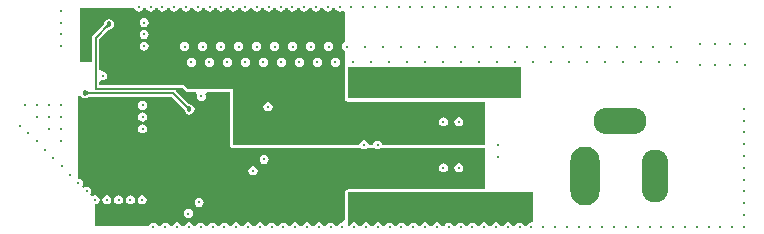
<source format=gbr>
%TF.GenerationSoftware,Altium Limited,Altium Designer,18.1.11 (251)*%
G04 Layer_Physical_Order=3*
G04 Layer_Color=36540*
%FSLAX26Y26*%
%MOIN*%
%TF.FileFunction,Copper,L3,Inr,Signal*%
%TF.Part,Single*%
G01*
G75*
%TA.AperFunction,Conductor*%
%ADD36C,0.007874*%
%ADD39C,0.008000*%
%TA.AperFunction,ComponentPad*%
%ADD42O,0.177165X0.088583*%
%ADD43O,0.088583X0.177165*%
%ADD44O,0.098425X0.196850*%
%TA.AperFunction,ViaPad*%
%ADD45C,0.018000*%
%ADD46C,0.010000*%
G36*
X1366105Y753990D02*
X1369420Y749028D01*
X1374382Y745713D01*
X1380235Y744548D01*
X1386087Y745713D01*
X1389284Y747849D01*
X1395445Y745699D01*
X1397284Y744305D01*
Y642468D01*
X1392740Y639431D01*
X1389425Y634469D01*
X1388260Y628617D01*
X1389425Y622764D01*
X1392740Y617802D01*
X1397284Y614766D01*
Y559055D01*
Y455709D01*
X1398061Y451807D01*
X1400271Y448499D01*
X1403579Y446289D01*
X1407480Y445513D01*
X1866142D01*
Y301255D01*
X1522169D01*
X1521019Y307034D01*
X1517704Y311995D01*
X1512742Y315311D01*
X1506889Y316475D01*
X1501037Y315311D01*
X1496075Y311995D01*
X1492760Y307034D01*
X1491610Y301255D01*
X1484908D01*
X1476908Y301256D01*
X1475744Y307108D01*
X1472428Y312070D01*
X1467467Y315385D01*
X1461614Y316549D01*
X1455761Y315385D01*
X1450800Y312070D01*
X1447484Y307108D01*
X1446320Y301256D01*
X1438320Y301255D01*
X1025590D01*
X1025591Y486954D01*
X873854D01*
X863966Y496841D01*
X859997Y499493D01*
X855315Y500424D01*
X579164D01*
Y511435D01*
X580681Y513059D01*
X587164Y516868D01*
X590551Y516195D01*
X596404Y517359D01*
X601366Y520674D01*
X604681Y525636D01*
X605845Y531489D01*
X604681Y537341D01*
X601366Y542303D01*
X596404Y545618D01*
X590551Y546783D01*
X587164Y546109D01*
X580681Y549918D01*
X579164Y551542D01*
Y652413D01*
X612180Y685428D01*
X612205Y685423D01*
X618838Y686742D01*
X624461Y690500D01*
X628218Y696123D01*
X629538Y702756D01*
X628218Y709389D01*
X624461Y715012D01*
X618838Y718770D01*
X612205Y720089D01*
X605572Y718770D01*
X599948Y715012D01*
X596191Y709389D01*
X594872Y702756D01*
X594877Y702731D01*
X558278Y666132D01*
X555625Y662163D01*
X554694Y657480D01*
Y575787D01*
X513779Y575787D01*
X513779Y757143D01*
X696188D01*
X696815Y753990D01*
X700130Y749028D01*
X705092Y745713D01*
X710945Y744548D01*
X716798Y745713D01*
X721759Y749028D01*
X725075Y753990D01*
X725702Y757143D01*
X735558D01*
X736185Y753990D01*
X739500Y749028D01*
X744462Y745713D01*
X750315Y744548D01*
X756168Y745713D01*
X761129Y749028D01*
X764445Y753990D01*
X765072Y757143D01*
X774928D01*
X775555Y753990D01*
X778870Y749028D01*
X783832Y745713D01*
X789685Y744548D01*
X795538Y745713D01*
X800499Y749028D01*
X803815Y753990D01*
X804442Y757143D01*
X814298D01*
X814925Y753990D01*
X818240Y749028D01*
X823202Y745713D01*
X829055Y744548D01*
X834908Y745713D01*
X839869Y749028D01*
X843185Y753990D01*
X843812Y757143D01*
X853668D01*
X854295Y753990D01*
X857611Y749028D01*
X862572Y745713D01*
X868425Y744548D01*
X874278Y745713D01*
X879239Y749028D01*
X882555Y753990D01*
X883182Y757143D01*
X893038D01*
X893665Y753990D01*
X896981Y749028D01*
X901942Y745713D01*
X907795Y744548D01*
X913648Y745713D01*
X918609Y749028D01*
X921925Y753990D01*
X922552Y757143D01*
X932408D01*
X933035Y753990D01*
X936351Y749028D01*
X941312Y745713D01*
X947165Y744548D01*
X953018Y745713D01*
X957979Y749028D01*
X961295Y753990D01*
X961922Y757143D01*
X971778D01*
X972405Y753990D01*
X975721Y749028D01*
X980682Y745713D01*
X986535Y744548D01*
X992388Y745713D01*
X997349Y749028D01*
X1000665Y753990D01*
X1001292Y757143D01*
X1011148D01*
X1011775Y753990D01*
X1015091Y749028D01*
X1020052Y745713D01*
X1025905Y744548D01*
X1031758Y745713D01*
X1036719Y749028D01*
X1040035Y753990D01*
X1040662Y757143D01*
X1050518D01*
X1051145Y753990D01*
X1054460Y749028D01*
X1059422Y745713D01*
X1065275Y744548D01*
X1071128Y745713D01*
X1076089Y749028D01*
X1079405Y753990D01*
X1080032Y757143D01*
X1089888D01*
X1090515Y753990D01*
X1093831Y749028D01*
X1098792Y745713D01*
X1104645Y744548D01*
X1110498Y745713D01*
X1115459Y749028D01*
X1118775Y753990D01*
X1119402Y757143D01*
X1129258D01*
X1129885Y753990D01*
X1133200Y749028D01*
X1138162Y745713D01*
X1144015Y744548D01*
X1149868Y745713D01*
X1154829Y749028D01*
X1158145Y753990D01*
X1158772Y757143D01*
X1168628D01*
X1169255Y753990D01*
X1172571Y749028D01*
X1177532Y745713D01*
X1183385Y744548D01*
X1189238Y745713D01*
X1194199Y749028D01*
X1197515Y753990D01*
X1198142Y757143D01*
X1207998D01*
X1208625Y753990D01*
X1211940Y749028D01*
X1216902Y745713D01*
X1222755Y744548D01*
X1228608Y745713D01*
X1233569Y749028D01*
X1236885Y753990D01*
X1237512Y757143D01*
X1247368D01*
X1247995Y753990D01*
X1251311Y749028D01*
X1256272Y745713D01*
X1262125Y744548D01*
X1267978Y745713D01*
X1272939Y749028D01*
X1276255Y753990D01*
X1276882Y757143D01*
X1286738D01*
X1287365Y753990D01*
X1290680Y749028D01*
X1295642Y745713D01*
X1301495Y744548D01*
X1307348Y745713D01*
X1312309Y749028D01*
X1315625Y753990D01*
X1316252Y757143D01*
X1326108D01*
X1326735Y753990D01*
X1330051Y749028D01*
X1335012Y745713D01*
X1340865Y744548D01*
X1346718Y745713D01*
X1351679Y749028D01*
X1354995Y753990D01*
X1355622Y757143D01*
X1365477D01*
X1366105Y753990D01*
D02*
G37*
G36*
X612115Y693756D02*
X611469Y693729D01*
X610820Y693633D01*
X610168Y693469D01*
X609513Y693236D01*
X608854Y692936D01*
X608193Y692567D01*
X607528Y692129D01*
X606860Y691624D01*
X606188Y691050D01*
X605514Y690408D01*
X599857Y696065D01*
X600499Y696740D01*
X601073Y697411D01*
X601578Y698079D01*
X602015Y698744D01*
X602384Y699405D01*
X602685Y700064D01*
X602917Y700719D01*
X603082Y701371D01*
X603178Y702020D01*
X603205Y702666D01*
X612115Y693756D01*
D02*
G37*
G36*
X539699Y479603D02*
X540225Y479212D01*
X540803Y478867D01*
X541430Y478568D01*
X542109Y478315D01*
X542837Y478108D01*
X543616Y477947D01*
X544446Y477832D01*
X545327Y477763D01*
X546258Y477740D01*
Y469740D01*
X545327Y469717D01*
X544446Y469648D01*
X543616Y469533D01*
X542837Y469372D01*
X542109Y469165D01*
X541430Y468912D01*
X540803Y468613D01*
X540225Y468268D01*
X539699Y467877D01*
X539222Y467440D01*
Y480040D01*
X539699Y479603D01*
D02*
G37*
G36*
X1986220Y455709D02*
X1407480D01*
Y559055D01*
X1986220D01*
Y455709D01*
D02*
G37*
G36*
X873835Y430979D02*
X874505Y430409D01*
X875175Y429907D01*
X875843Y429472D01*
X876510Y429106D01*
X877176Y428807D01*
X877842Y428576D01*
X878506Y428413D01*
X879169Y428318D01*
X879831Y428291D01*
X870922Y419382D01*
X870894Y420044D01*
X870799Y420707D01*
X870636Y421371D01*
X870406Y422036D01*
X870107Y422703D01*
X869740Y423370D01*
X869306Y424038D01*
X868804Y424707D01*
X868234Y425377D01*
X867596Y426049D01*
X873164Y431616D01*
X873835Y430979D01*
D02*
G37*
G36*
X856019Y489889D02*
X857467Y488921D01*
X866644Y479744D01*
X869952Y477534D01*
X873854Y476758D01*
X901090D01*
X905366Y468758D01*
X905162Y468451D01*
X903997Y462599D01*
X905162Y456746D01*
X908477Y451784D01*
X913439Y448469D01*
X919291Y447305D01*
X925144Y448469D01*
X930106Y451784D01*
X933421Y456746D01*
X934585Y462599D01*
X933421Y468451D01*
X933216Y468758D01*
X937492Y476758D01*
X1015395D01*
X1015394Y301255D01*
X1016171Y297354D01*
X1018381Y294046D01*
X1021689Y291836D01*
X1025590Y291060D01*
X1438320D01*
X1446320Y291060D01*
X1447305Y291255D01*
X1448309D01*
X1449237Y291640D01*
X1449909Y291774D01*
X1450800Y290441D01*
X1455761Y287126D01*
X1461614Y285962D01*
X1467467Y287126D01*
X1472428Y290441D01*
X1473319Y291774D01*
X1473991Y291640D01*
X1474919Y291256D01*
X1475923D01*
X1476908Y291060D01*
X1491610Y291060D01*
X1492595Y291255D01*
X1493600D01*
X1494527Y291640D01*
X1495143Y291762D01*
X1496075Y290367D01*
X1501037Y287051D01*
X1506889Y285887D01*
X1512742Y287051D01*
X1517704Y290367D01*
X1518636Y291762D01*
X1519252Y291640D01*
X1520179Y291255D01*
X1521184D01*
X1522169Y291060D01*
X1866142D01*
Y152912D01*
X1407480D01*
X1403579Y152136D01*
X1400271Y149926D01*
X1398061Y146618D01*
X1397284Y142716D01*
Y49462D01*
X1389762Y42853D01*
X1383909Y41689D01*
X1378948Y38374D01*
X1375632Y33412D01*
X1375005Y30259D01*
X1365150D01*
X1364522Y33412D01*
X1361207Y38374D01*
X1356245Y41689D01*
X1350393Y42853D01*
X1344540Y41689D01*
X1339578Y38374D01*
X1336263Y33412D01*
X1335636Y30259D01*
X1325780D01*
X1325152Y33412D01*
X1321837Y38374D01*
X1316875Y41689D01*
X1311023Y42853D01*
X1305170Y41689D01*
X1300208Y38374D01*
X1296893Y33412D01*
X1296266Y30259D01*
X1286410D01*
X1285782Y33412D01*
X1282467Y38374D01*
X1277505Y41689D01*
X1271653Y42853D01*
X1265800Y41689D01*
X1260838Y38374D01*
X1257523Y33412D01*
X1256896Y30259D01*
X1247040D01*
X1246412Y33412D01*
X1243097Y38374D01*
X1238135Y41689D01*
X1232283Y42853D01*
X1226430Y41689D01*
X1221468Y38374D01*
X1218153Y33412D01*
X1217526Y30259D01*
X1207670D01*
X1207042Y33412D01*
X1203727Y38374D01*
X1198765Y41689D01*
X1192913Y42853D01*
X1187060Y41689D01*
X1182098Y38374D01*
X1178783Y33412D01*
X1178156Y30259D01*
X1168300D01*
X1167672Y33412D01*
X1164357Y38374D01*
X1159395Y41689D01*
X1153543Y42853D01*
X1147690Y41689D01*
X1142728Y38374D01*
X1139413Y33412D01*
X1138786Y30259D01*
X1128930D01*
X1128302Y33412D01*
X1124987Y38374D01*
X1120025Y41689D01*
X1114173Y42853D01*
X1108320Y41689D01*
X1103358Y38374D01*
X1100043Y33412D01*
X1099416Y30259D01*
X1089560D01*
X1088932Y33412D01*
X1085617Y38374D01*
X1080655Y41689D01*
X1074803Y42853D01*
X1068950Y41689D01*
X1063988Y38374D01*
X1060673Y33412D01*
X1060046Y30259D01*
X1050190D01*
X1049562Y33412D01*
X1046247Y38374D01*
X1041285Y41689D01*
X1035433Y42853D01*
X1029580Y41689D01*
X1024618Y38374D01*
X1021303Y33412D01*
X1020676Y30259D01*
X1010820D01*
X1010192Y33412D01*
X1006877Y38374D01*
X1001915Y41689D01*
X996063Y42853D01*
X990210Y41689D01*
X985248Y38374D01*
X981933Y33412D01*
X981306Y30259D01*
X971450D01*
X970822Y33412D01*
X967507Y38374D01*
X962545Y41689D01*
X956693Y42853D01*
X950840Y41689D01*
X945878Y38374D01*
X942563Y33412D01*
X941936Y30259D01*
X932080D01*
X931452Y33412D01*
X928137Y38374D01*
X923175Y41689D01*
X917323Y42853D01*
X911470Y41689D01*
X906508Y38374D01*
X903193Y33412D01*
X902566Y30259D01*
X892710D01*
X892082Y33412D01*
X888767Y38374D01*
X883805Y41689D01*
X877953Y42853D01*
X872100Y41689D01*
X867138Y38374D01*
X863823Y33412D01*
X863196Y30259D01*
X853340D01*
X852712Y33412D01*
X849397Y38374D01*
X844435Y41689D01*
X838583Y42853D01*
X832730Y41689D01*
X827768Y38374D01*
X824453Y33412D01*
X823826Y30259D01*
X813970D01*
X813342Y33412D01*
X810027Y38374D01*
X805065Y41689D01*
X799213Y42853D01*
X793360Y41689D01*
X788398Y38374D01*
X785083Y33412D01*
X784456Y30259D01*
X774600D01*
X773972Y33412D01*
X770657Y38374D01*
X765695Y41689D01*
X759843Y42853D01*
X753990Y41689D01*
X749028Y38374D01*
X745713Y33412D01*
X745086Y30259D01*
X564707D01*
Y102608D01*
X564961Y102816D01*
X570813Y103981D01*
X575775Y107296D01*
X579090Y112258D01*
X580255Y118110D01*
X579090Y123963D01*
X575775Y128925D01*
X570813Y132240D01*
X564961Y133404D01*
X559108Y132240D01*
X554427Y129113D01*
X548124Y135416D01*
X551251Y140096D01*
X552416Y145949D01*
X551251Y151802D01*
X547936Y156764D01*
X542974Y160079D01*
X537122Y161243D01*
X531269Y160079D01*
X526588Y156952D01*
X520285Y163255D01*
X523413Y167935D01*
X524577Y173788D01*
X523413Y179641D01*
X520097Y184602D01*
X515136Y187918D01*
X509842Y188971D01*
Y464107D01*
X517842Y465519D01*
X520539Y461484D01*
X526162Y457727D01*
X532795Y456407D01*
X539428Y457727D01*
X545052Y461484D01*
X545066Y461505D01*
X725561D01*
X725884Y461569D01*
X820431D01*
X862608Y419392D01*
X862588Y419291D01*
X863908Y412658D01*
X867665Y407035D01*
X873288Y403278D01*
X879921Y401959D01*
X886554Y403278D01*
X892178Y407035D01*
X895935Y412658D01*
X897254Y419291D01*
X895935Y425925D01*
X892178Y431548D01*
X886554Y435305D01*
X879921Y436625D01*
X879821Y436604D01*
X834197Y482228D01*
X834207Y482736D01*
X836682Y490228D01*
X854311D01*
X856019Y489889D01*
D02*
G37*
G36*
X2026575Y46550D02*
X2021575Y42477D01*
X2019682Y42853D01*
X2013829Y41689D01*
X2008868Y38374D01*
X2005552Y33412D01*
X2004925Y30259D01*
X1995069D01*
X1994442Y33412D01*
X1991127Y38374D01*
X1986165Y41689D01*
X1980312Y42853D01*
X1974459Y41689D01*
X1969498Y38374D01*
X1966182Y33412D01*
X1965555Y30259D01*
X1955699D01*
X1955072Y33412D01*
X1951756Y38374D01*
X1946795Y41689D01*
X1940942Y42853D01*
X1935089Y41689D01*
X1930128Y38374D01*
X1926812Y33412D01*
X1926185Y30259D01*
X1916329D01*
X1915702Y33412D01*
X1912387Y38374D01*
X1907425Y41689D01*
X1901572Y42853D01*
X1895719Y41689D01*
X1890758Y38374D01*
X1887442Y33412D01*
X1886815Y30259D01*
X1876959D01*
X1876332Y33412D01*
X1873016Y38374D01*
X1868055Y41689D01*
X1862202Y42853D01*
X1856349Y41689D01*
X1851388Y38374D01*
X1848072Y33412D01*
X1847445Y30259D01*
X1837589D01*
X1836962Y33412D01*
X1833647Y38374D01*
X1828685Y41689D01*
X1822832Y42853D01*
X1816979Y41689D01*
X1812018Y38374D01*
X1808702Y33412D01*
X1808075Y30259D01*
X1798219D01*
X1797592Y33412D01*
X1794276Y38374D01*
X1789315Y41689D01*
X1783462Y42853D01*
X1777609Y41689D01*
X1772648Y38374D01*
X1769332Y33412D01*
X1768705Y30259D01*
X1758849D01*
X1758222Y33412D01*
X1754907Y38374D01*
X1749945Y41689D01*
X1744092Y42853D01*
X1738239Y41689D01*
X1733278Y38374D01*
X1729962Y33412D01*
X1729335Y30259D01*
X1719479D01*
X1718852Y33412D01*
X1715536Y38374D01*
X1710575Y41689D01*
X1704722Y42853D01*
X1698869Y41689D01*
X1693908Y38374D01*
X1690592Y33412D01*
X1689965Y30259D01*
X1680109D01*
X1679482Y33412D01*
X1676167Y38374D01*
X1671205Y41689D01*
X1665352Y42853D01*
X1659499Y41689D01*
X1654538Y38374D01*
X1651222Y33412D01*
X1650595Y30259D01*
X1640739D01*
X1640112Y33412D01*
X1636796Y38374D01*
X1631835Y41689D01*
X1625982Y42853D01*
X1620129Y41689D01*
X1615168Y38374D01*
X1611852Y33412D01*
X1611225Y30259D01*
X1601369D01*
X1600742Y33412D01*
X1597427Y38374D01*
X1592465Y41689D01*
X1586612Y42853D01*
X1580759Y41689D01*
X1575798Y38374D01*
X1572482Y33412D01*
X1571855Y30259D01*
X1561999D01*
X1561372Y33412D01*
X1558056Y38374D01*
X1553095Y41689D01*
X1547242Y42853D01*
X1541389Y41689D01*
X1536428Y38374D01*
X1533112Y33412D01*
X1532485Y30259D01*
X1522629D01*
X1522002Y33412D01*
X1518687Y38374D01*
X1513725Y41689D01*
X1507872Y42853D01*
X1502019Y41689D01*
X1497058Y38374D01*
X1493742Y33412D01*
X1493115Y30259D01*
X1483259D01*
X1482632Y33412D01*
X1479316Y38374D01*
X1474355Y41689D01*
X1468502Y42853D01*
X1462649Y41689D01*
X1457688Y38374D01*
X1454372Y33412D01*
X1453745Y30259D01*
X1443889D01*
X1443262Y33412D01*
X1439947Y38374D01*
X1434985Y41689D01*
X1429132Y42853D01*
X1423279Y41689D01*
X1418318Y38374D01*
X1415002Y33412D01*
X1414375Y30259D01*
X1407480D01*
Y142716D01*
X2026575D01*
Y46550D01*
D02*
G37*
%LPC*%
G36*
X728661Y723955D02*
X722809Y722791D01*
X717847Y719476D01*
X714532Y714514D01*
X713367Y708661D01*
X714532Y702809D01*
X717847Y697847D01*
X722809Y694532D01*
X728661Y693367D01*
X734514Y694532D01*
X739476Y697847D01*
X742791Y702809D01*
X743955Y708661D01*
X742791Y714514D01*
X739476Y719476D01*
X734514Y722791D01*
X728661Y723955D01*
D02*
G37*
G36*
Y684585D02*
X722809Y683421D01*
X717847Y680106D01*
X714532Y675144D01*
X713367Y669291D01*
X714532Y663439D01*
X717847Y658477D01*
X722809Y655162D01*
X728661Y653997D01*
X734514Y655162D01*
X739476Y658477D01*
X742791Y663439D01*
X743955Y669291D01*
X742791Y675144D01*
X739476Y680106D01*
X734514Y683421D01*
X728661Y684585D01*
D02*
G37*
G36*
Y645215D02*
X722809Y644051D01*
X717847Y640736D01*
X714532Y635774D01*
X713367Y629921D01*
X714532Y624069D01*
X717847Y619107D01*
X722809Y615792D01*
X728661Y614627D01*
X734514Y615792D01*
X739476Y619107D01*
X742791Y624069D01*
X743955Y629921D01*
X742791Y635774D01*
X739476Y640736D01*
X734514Y644051D01*
X728661Y645215D01*
D02*
G37*
G36*
X1343554Y643910D02*
X1337701Y642746D01*
X1332740Y639431D01*
X1329425Y634469D01*
X1328260Y628617D01*
X1329425Y622764D01*
X1332740Y617802D01*
X1337701Y614487D01*
X1343554Y613323D01*
X1349407Y614487D01*
X1354369Y617802D01*
X1357684Y622764D01*
X1358848Y628617D01*
X1357684Y634469D01*
X1354369Y639431D01*
X1349407Y642746D01*
X1343554Y643910D01*
D02*
G37*
G36*
X1283554D02*
X1277701Y642746D01*
X1272740Y639431D01*
X1269425Y634469D01*
X1268260Y628617D01*
X1269425Y622764D01*
X1272740Y617802D01*
X1277701Y614487D01*
X1283554Y613323D01*
X1289407Y614487D01*
X1294369Y617802D01*
X1297684Y622764D01*
X1298848Y628617D01*
X1297684Y634469D01*
X1294369Y639431D01*
X1289407Y642746D01*
X1283554Y643910D01*
D02*
G37*
G36*
X1223554D02*
X1217701Y642746D01*
X1212740Y639431D01*
X1209425Y634469D01*
X1208260Y628617D01*
X1209425Y622764D01*
X1212740Y617802D01*
X1217701Y614487D01*
X1223554Y613323D01*
X1229407Y614487D01*
X1234369Y617802D01*
X1237684Y622764D01*
X1238848Y628617D01*
X1237684Y634469D01*
X1234369Y639431D01*
X1229407Y642746D01*
X1223554Y643910D01*
D02*
G37*
G36*
X1163554D02*
X1157701Y642746D01*
X1152740Y639431D01*
X1149425Y634469D01*
X1148260Y628617D01*
X1149425Y622764D01*
X1152740Y617802D01*
X1157701Y614487D01*
X1163554Y613323D01*
X1169407Y614487D01*
X1174369Y617802D01*
X1177684Y622764D01*
X1178848Y628617D01*
X1177684Y634469D01*
X1174369Y639431D01*
X1169407Y642746D01*
X1163554Y643910D01*
D02*
G37*
G36*
X1103554D02*
X1097701Y642746D01*
X1092740Y639431D01*
X1089425Y634469D01*
X1088260Y628617D01*
X1089425Y622764D01*
X1092740Y617802D01*
X1097701Y614487D01*
X1103554Y613323D01*
X1109407Y614487D01*
X1114369Y617802D01*
X1117684Y622764D01*
X1118848Y628617D01*
X1117684Y634469D01*
X1114369Y639431D01*
X1109407Y642746D01*
X1103554Y643910D01*
D02*
G37*
G36*
X1043554D02*
X1037701Y642746D01*
X1032740Y639431D01*
X1029425Y634469D01*
X1028260Y628617D01*
X1029425Y622764D01*
X1032740Y617802D01*
X1037701Y614487D01*
X1043554Y613323D01*
X1049407Y614487D01*
X1054369Y617802D01*
X1057684Y622764D01*
X1058848Y628617D01*
X1057684Y634469D01*
X1054369Y639431D01*
X1049407Y642746D01*
X1043554Y643910D01*
D02*
G37*
G36*
X983554D02*
X977702Y642746D01*
X972740Y639431D01*
X969424Y634469D01*
X968260Y628617D01*
X969424Y622764D01*
X972740Y617802D01*
X977702Y614487D01*
X983554Y613323D01*
X989407Y614487D01*
X994369Y617802D01*
X997684Y622764D01*
X998848Y628617D01*
X997684Y634469D01*
X994369Y639431D01*
X989407Y642746D01*
X983554Y643910D01*
D02*
G37*
G36*
X923554D02*
X917702Y642746D01*
X912740Y639431D01*
X909424Y634469D01*
X908260Y628617D01*
X909424Y622764D01*
X912740Y617802D01*
X917702Y614487D01*
X923554Y613323D01*
X929407Y614487D01*
X934369Y617802D01*
X937684Y622764D01*
X938848Y628617D01*
X937684Y634469D01*
X934369Y639431D01*
X929407Y642746D01*
X923554Y643910D01*
D02*
G37*
G36*
X863554D02*
X857702Y642746D01*
X852740Y639431D01*
X849424Y634469D01*
X848260Y628617D01*
X849424Y622764D01*
X852740Y617802D01*
X857702Y614487D01*
X863554Y613323D01*
X869407Y614487D01*
X874369Y617802D01*
X877684Y622764D01*
X878848Y628617D01*
X877684Y634469D01*
X874369Y639431D01*
X869407Y642746D01*
X863554Y643910D01*
D02*
G37*
G36*
X1366370Y591402D02*
X1360517Y590237D01*
X1355555Y586922D01*
X1352240Y581961D01*
X1351076Y576108D01*
X1352240Y570255D01*
X1355555Y565293D01*
X1360517Y561978D01*
X1366370Y560814D01*
X1372222Y561978D01*
X1377184Y565293D01*
X1380499Y570255D01*
X1381664Y576108D01*
X1380499Y581961D01*
X1377184Y586922D01*
X1372222Y590237D01*
X1366370Y591402D01*
D02*
G37*
G36*
X1306370D02*
X1300517Y590237D01*
X1295555Y586922D01*
X1292240Y581961D01*
X1291076Y576108D01*
X1292240Y570255D01*
X1295555Y565293D01*
X1300517Y561978D01*
X1306370Y560814D01*
X1312222Y561978D01*
X1317184Y565293D01*
X1320499Y570255D01*
X1321664Y576108D01*
X1320499Y581961D01*
X1317184Y586922D01*
X1312222Y590237D01*
X1306370Y591402D01*
D02*
G37*
G36*
X1246370D02*
X1240517Y590237D01*
X1235555Y586922D01*
X1232240Y581961D01*
X1231076Y576108D01*
X1232240Y570255D01*
X1235555Y565293D01*
X1240517Y561978D01*
X1246370Y560814D01*
X1252222Y561978D01*
X1257184Y565293D01*
X1260499Y570255D01*
X1261664Y576108D01*
X1260499Y581961D01*
X1257184Y586922D01*
X1252222Y590237D01*
X1246370Y591402D01*
D02*
G37*
G36*
X1186370D02*
X1180517Y590237D01*
X1175555Y586922D01*
X1172240Y581961D01*
X1171076Y576108D01*
X1172240Y570255D01*
X1175555Y565293D01*
X1180517Y561978D01*
X1186370Y560814D01*
X1192222Y561978D01*
X1197184Y565293D01*
X1200499Y570255D01*
X1201664Y576108D01*
X1200499Y581961D01*
X1197184Y586922D01*
X1192222Y590237D01*
X1186370Y591402D01*
D02*
G37*
G36*
X1126370D02*
X1120517Y590237D01*
X1115555Y586922D01*
X1112240Y581961D01*
X1111076Y576108D01*
X1112240Y570255D01*
X1115555Y565293D01*
X1120517Y561978D01*
X1126370Y560814D01*
X1132222Y561978D01*
X1137184Y565293D01*
X1140499Y570255D01*
X1141664Y576108D01*
X1140499Y581961D01*
X1137184Y586922D01*
X1132222Y590237D01*
X1126370Y591402D01*
D02*
G37*
G36*
X1066370D02*
X1060517Y590237D01*
X1055555Y586922D01*
X1052240Y581961D01*
X1051076Y576108D01*
X1052240Y570255D01*
X1055555Y565293D01*
X1060517Y561978D01*
X1066370Y560814D01*
X1072222Y561978D01*
X1077184Y565293D01*
X1080499Y570255D01*
X1081664Y576108D01*
X1080499Y581961D01*
X1077184Y586922D01*
X1072222Y590237D01*
X1066370Y591402D01*
D02*
G37*
G36*
X1006370D02*
X1000517Y590237D01*
X995555Y586922D01*
X992240Y581961D01*
X991076Y576108D01*
X992240Y570255D01*
X995555Y565293D01*
X1000517Y561978D01*
X1006370Y560814D01*
X1012222Y561978D01*
X1017184Y565293D01*
X1020499Y570255D01*
X1021664Y576108D01*
X1020499Y581961D01*
X1017184Y586922D01*
X1012222Y590237D01*
X1006370Y591402D01*
D02*
G37*
G36*
X946370D02*
X940517Y590237D01*
X935555Y586922D01*
X932240Y581961D01*
X931076Y576108D01*
X932240Y570255D01*
X935555Y565293D01*
X940517Y561978D01*
X946370Y560814D01*
X952222Y561978D01*
X957184Y565293D01*
X960499Y570255D01*
X961664Y576108D01*
X960499Y581961D01*
X957184Y586922D01*
X952222Y590237D01*
X946370Y591402D01*
D02*
G37*
G36*
X886370D02*
X880517Y590237D01*
X875555Y586922D01*
X872240Y581961D01*
X871076Y576108D01*
X872240Y570255D01*
X875555Y565293D01*
X880517Y561978D01*
X886370Y560814D01*
X892222Y561978D01*
X897184Y565293D01*
X900499Y570255D01*
X901664Y576108D01*
X900499Y581961D01*
X897184Y586922D01*
X892222Y590237D01*
X886370Y591402D01*
D02*
G37*
G36*
X1141732Y443444D02*
X1135880Y442279D01*
X1130918Y438964D01*
X1127603Y434002D01*
X1126438Y428150D01*
X1127603Y422297D01*
X1130918Y417335D01*
X1135880Y414020D01*
X1141732Y412856D01*
X1147585Y414020D01*
X1152547Y417335D01*
X1155862Y422297D01*
X1157026Y428150D01*
X1155862Y434002D01*
X1152547Y438964D01*
X1147585Y442279D01*
X1141732Y443444D01*
D02*
G37*
G36*
X1777559Y393247D02*
X1771706Y392082D01*
X1766745Y388767D01*
X1763429Y383805D01*
X1762265Y377953D01*
X1763429Y372100D01*
X1766745Y367138D01*
X1771706Y363823D01*
X1777559Y362659D01*
X1783412Y363823D01*
X1788373Y367138D01*
X1791689Y372100D01*
X1792853Y377953D01*
X1791689Y383805D01*
X1788373Y388767D01*
X1783412Y392082D01*
X1777559Y393247D01*
D02*
G37*
G36*
X1726378D02*
X1720525Y392082D01*
X1715563Y388767D01*
X1712248Y383805D01*
X1711084Y377953D01*
X1712248Y372100D01*
X1715563Y367138D01*
X1720525Y363823D01*
X1726378Y362659D01*
X1732231Y363823D01*
X1737192Y367138D01*
X1740508Y372100D01*
X1741672Y377953D01*
X1740508Y383805D01*
X1737192Y388767D01*
X1732231Y392082D01*
X1726378Y393247D01*
D02*
G37*
G36*
X723425Y448365D02*
X717572Y447201D01*
X712611Y443885D01*
X709295Y438924D01*
X708131Y433071D01*
X709295Y427218D01*
X712611Y422257D01*
X717572Y418941D01*
X723425Y417777D01*
X729278Y418941D01*
X734240Y422257D01*
X737555Y427218D01*
X738719Y433071D01*
X737555Y438924D01*
X734240Y443885D01*
X729278Y447201D01*
X723425Y448365D01*
D02*
G37*
G36*
Y408995D02*
X717572Y407831D01*
X712611Y404515D01*
X709295Y399554D01*
X708131Y393701D01*
X709295Y387848D01*
X712611Y382887D01*
X717572Y379571D01*
X723425Y378407D01*
X729278Y379571D01*
X734240Y382887D01*
X737555Y387848D01*
X738719Y393701D01*
X737555Y399554D01*
X734240Y404515D01*
X729278Y407831D01*
X723425Y408995D01*
D02*
G37*
G36*
Y369625D02*
X717572Y368461D01*
X712611Y365145D01*
X709295Y360183D01*
X708131Y354331D01*
X709295Y348478D01*
X712611Y343516D01*
X717572Y340201D01*
X723425Y339037D01*
X729278Y340201D01*
X734240Y343516D01*
X737555Y348478D01*
X738719Y354331D01*
X737555Y360183D01*
X734240Y365145D01*
X729278Y368461D01*
X723425Y369625D01*
D02*
G37*
G36*
X1128937Y268247D02*
X1123084Y267082D01*
X1118123Y263767D01*
X1114807Y258805D01*
X1113643Y252953D01*
X1114807Y247100D01*
X1118123Y242138D01*
X1123084Y238823D01*
X1128937Y237659D01*
X1134790Y238823D01*
X1139751Y242138D01*
X1143067Y247100D01*
X1144231Y252953D01*
X1143067Y258805D01*
X1139751Y263767D01*
X1134790Y267082D01*
X1128937Y268247D01*
D02*
G37*
G36*
X1777559Y239703D02*
X1771706Y238539D01*
X1766745Y235224D01*
X1763429Y230262D01*
X1762265Y224409D01*
X1763429Y218556D01*
X1766745Y213595D01*
X1771706Y210280D01*
X1777559Y209115D01*
X1783412Y210280D01*
X1788373Y213595D01*
X1791689Y218556D01*
X1792853Y224409D01*
X1791689Y230262D01*
X1788373Y235224D01*
X1783412Y238539D01*
X1777559Y239703D01*
D02*
G37*
G36*
X1726378D02*
X1720525Y238539D01*
X1715563Y235224D01*
X1712248Y230262D01*
X1711084Y224409D01*
X1712248Y218556D01*
X1715563Y213595D01*
X1720525Y210280D01*
X1726378Y209115D01*
X1732231Y210280D01*
X1737192Y213595D01*
X1740508Y218556D01*
X1741672Y224409D01*
X1740508Y230262D01*
X1737192Y235224D01*
X1732231Y238539D01*
X1726378Y239703D01*
D02*
G37*
G36*
X1091535Y229861D02*
X1085683Y228697D01*
X1080721Y225381D01*
X1077406Y220420D01*
X1076242Y214567D01*
X1077406Y208714D01*
X1080721Y203753D01*
X1085683Y200437D01*
X1091535Y199273D01*
X1097388Y200437D01*
X1102350Y203753D01*
X1105665Y208714D01*
X1106829Y214567D01*
X1105665Y220420D01*
X1102350Y225381D01*
X1097388Y228697D01*
X1091535Y229861D01*
D02*
G37*
G36*
X722441Y133404D02*
X716588Y132240D01*
X711627Y128925D01*
X708311Y123963D01*
X707147Y118110D01*
X708311Y112258D01*
X711627Y107296D01*
X716588Y103981D01*
X722441Y102816D01*
X728294Y103981D01*
X733255Y107296D01*
X736571Y112258D01*
X737735Y118110D01*
X736571Y123963D01*
X733255Y128925D01*
X728294Y132240D01*
X722441Y133404D01*
D02*
G37*
G36*
X683071D02*
X677218Y132240D01*
X672256Y128925D01*
X668941Y123963D01*
X667777Y118110D01*
X668941Y112258D01*
X672256Y107296D01*
X677218Y103981D01*
X683071Y102816D01*
X688924Y103981D01*
X693885Y107296D01*
X697201Y112258D01*
X698365Y118110D01*
X697201Y123963D01*
X693885Y128925D01*
X688924Y132240D01*
X683071Y133404D01*
D02*
G37*
G36*
X643701D02*
X637848Y132240D01*
X632886Y128925D01*
X629571Y123963D01*
X628407Y118110D01*
X629571Y112258D01*
X632886Y107296D01*
X637848Y103981D01*
X643701Y102816D01*
X649553Y103981D01*
X654515Y107296D01*
X657831Y112258D01*
X658995Y118110D01*
X657831Y123963D01*
X654515Y128925D01*
X649553Y132240D01*
X643701Y133404D01*
D02*
G37*
G36*
X604331D02*
X598478Y132240D01*
X593516Y128925D01*
X590201Y123963D01*
X589037Y118110D01*
X590201Y112258D01*
X593516Y107296D01*
X598478Y103981D01*
X604331Y102816D01*
X610183Y103981D01*
X615145Y107296D01*
X618461Y112258D01*
X619625Y118110D01*
X618461Y123963D01*
X615145Y128925D01*
X610183Y132240D01*
X604331Y133404D01*
D02*
G37*
G36*
X912402Y124546D02*
X906549Y123382D01*
X901587Y120067D01*
X898272Y115105D01*
X897108Y109252D01*
X898272Y103399D01*
X901587Y98438D01*
X906549Y95122D01*
X912402Y93958D01*
X918254Y95122D01*
X923216Y98438D01*
X926531Y103399D01*
X927695Y109252D01*
X926531Y115105D01*
X923216Y120067D01*
X918254Y123382D01*
X912402Y124546D01*
D02*
G37*
G36*
X875984Y87144D02*
X870131Y85980D01*
X865170Y82665D01*
X861855Y77703D01*
X860690Y71850D01*
X861855Y65998D01*
X865170Y61036D01*
X870131Y57721D01*
X875984Y56557D01*
X881837Y57721D01*
X886799Y61036D01*
X890114Y65998D01*
X891278Y71850D01*
X890114Y77703D01*
X886799Y82665D01*
X881837Y85980D01*
X875984Y87144D01*
D02*
G37*
%LPD*%
D36*
X825473Y473740D02*
X879921Y419291D01*
X725561Y473740D02*
X825473D01*
D39*
X566929Y657480D02*
X612205Y702756D01*
X566929Y488189D02*
Y657480D01*
Y488189D02*
X855315D01*
X889764Y453740D01*
X532795Y473740D02*
X725561D01*
D42*
X2314961Y381890D02*
D03*
D43*
X2433071Y196851D02*
D03*
D44*
X2196850D02*
D03*
D45*
X879921Y419291D02*
D03*
X612205Y702756D02*
D03*
X532795Y473740D02*
D03*
D46*
X759843Y27559D02*
D03*
X2630906Y568346D02*
D03*
X1777559Y224409D02*
D03*
X1726378D02*
D03*
X1777559Y377953D02*
D03*
X1726378D02*
D03*
X1448819Y469488D02*
D03*
X1448819Y497047D02*
D03*
X1421265Y469488D02*
D03*
X1421260Y497047D02*
D03*
X1421264Y104331D02*
D03*
X1448819D02*
D03*
X1421264Y131890D02*
D03*
X1448819D02*
D03*
X2008858Y90551D02*
D03*
X1951772Y530512D02*
D03*
X1925197D02*
D03*
X1951772Y502953D02*
D03*
X1924213D02*
D03*
X1663386Y200787D02*
D03*
X1633202D02*
D03*
X1603018D02*
D03*
X1572835D02*
D03*
X1663386Y397638D02*
D03*
X1633202D02*
D03*
X1603018D02*
D03*
X1572835D02*
D03*
X2008858Y118106D02*
D03*
X1981299Y90546D02*
D03*
Y118106D02*
D03*
X728661Y669291D02*
D03*
X450787Y314961D02*
D03*
X531496Y748032D02*
D03*
X411418Y354331D02*
D03*
X372048Y393701D02*
D03*
X332678Y433071D02*
D03*
X372048Y433071D02*
D03*
X411418Y433071D02*
D03*
X313991Y365176D02*
D03*
X411418Y393701D02*
D03*
X450788Y433071D02*
D03*
X2728342Y421259D02*
D03*
Y303149D02*
D03*
Y342519D02*
D03*
Y381889D02*
D03*
Y263779D02*
D03*
Y106299D02*
D03*
Y145669D02*
D03*
Y185039D02*
D03*
Y224409D02*
D03*
Y66929D02*
D03*
X2610232Y27559D02*
D03*
X2649602D02*
D03*
X2688972D02*
D03*
X2728342D02*
D03*
X2570862D02*
D03*
X799213D02*
D03*
X838583D02*
D03*
X877953D02*
D03*
X917323D02*
D03*
X956693D02*
D03*
X996063D02*
D03*
X1192913D02*
D03*
X1153543D02*
D03*
X1114173D02*
D03*
X1074803D02*
D03*
X1035433D02*
D03*
X1389762D02*
D03*
X1429132D02*
D03*
X1350393D02*
D03*
X1311023D02*
D03*
X1271653D02*
D03*
X1232283D02*
D03*
X1704722D02*
D03*
X1744092D02*
D03*
X1783462D02*
D03*
X1822832D02*
D03*
X1862202D02*
D03*
X1665352D02*
D03*
X1625982D02*
D03*
X1586612D02*
D03*
X1547242D02*
D03*
X1507872D02*
D03*
X1468502D02*
D03*
X2137792D02*
D03*
X2177162D02*
D03*
X2216532D02*
D03*
X2255902D02*
D03*
X2295272D02*
D03*
X2098422D02*
D03*
X2059052D02*
D03*
X2019682D02*
D03*
X1980312D02*
D03*
X1940942D02*
D03*
X1901572D02*
D03*
X2334642D02*
D03*
X2374012D02*
D03*
X2531492D02*
D03*
X2492122D02*
D03*
X2452752D02*
D03*
X2413382D02*
D03*
X2364485Y759842D02*
D03*
X2403854D02*
D03*
X2443224D02*
D03*
X2482595D02*
D03*
X2325115D02*
D03*
X2285744D02*
D03*
X1852675D02*
D03*
X1892044D02*
D03*
X1931415D02*
D03*
X1970784D02*
D03*
X2010155D02*
D03*
X2049524D02*
D03*
X2246374D02*
D03*
X2207005D02*
D03*
X2167635D02*
D03*
X2128265D02*
D03*
X2088894D02*
D03*
X1419604D02*
D03*
X1458975D02*
D03*
X1498344D02*
D03*
X1537715D02*
D03*
X1577084D02*
D03*
X1616455D02*
D03*
X1813304D02*
D03*
X1773935D02*
D03*
X1734564D02*
D03*
X1695195D02*
D03*
X1655824D02*
D03*
X1183385D02*
D03*
X1222755D02*
D03*
X1262125D02*
D03*
X1301495D02*
D03*
X1340865D02*
D03*
X1380235D02*
D03*
X986535D02*
D03*
X1025905D02*
D03*
X1065275D02*
D03*
X1104645D02*
D03*
X1144015D02*
D03*
X947165D02*
D03*
X907795D02*
D03*
X868425D02*
D03*
X829055D02*
D03*
X789685D02*
D03*
X450787Y629921D02*
D03*
X722441Y118110D02*
D03*
X649606Y317913D02*
D03*
X531496D02*
D03*
X561024D02*
D03*
X590551D02*
D03*
X620079D02*
D03*
X649606Y748032D02*
D03*
X561024D02*
D03*
X590551D02*
D03*
X620079D02*
D03*
X2730905Y568346D02*
D03*
X2680905D02*
D03*
X2580906D02*
D03*
Y636362D02*
D03*
X2630906D02*
D03*
X2680905D02*
D03*
X2730905D02*
D03*
X886370Y576108D02*
D03*
X946370D02*
D03*
X1006370D02*
D03*
X1066370D02*
D03*
X1126370D02*
D03*
X1186370D02*
D03*
X1246370D02*
D03*
X1306370D02*
D03*
X1366370D02*
D03*
X1426370D02*
D03*
X1486370D02*
D03*
X1546370D02*
D03*
X1606370D02*
D03*
X1666370D02*
D03*
X1726370D02*
D03*
X1786370D02*
D03*
X1846370D02*
D03*
X1906370D02*
D03*
X1966370D02*
D03*
X2026370D02*
D03*
X2086370D02*
D03*
X2146370D02*
D03*
X2206370D02*
D03*
X2266370D02*
D03*
X2326370D02*
D03*
X2386370D02*
D03*
X2446370D02*
D03*
X2506370D02*
D03*
X2483554Y628617D02*
D03*
X2423554D02*
D03*
X2363554D02*
D03*
X2303554D02*
D03*
X2243554D02*
D03*
X2183554D02*
D03*
X2123554D02*
D03*
X2063554D02*
D03*
X2003554D02*
D03*
X1943554D02*
D03*
X1883554D02*
D03*
X1823554D02*
D03*
X1763554D02*
D03*
X1703554D02*
D03*
X1643554D02*
D03*
X1583554D02*
D03*
X1523554D02*
D03*
X1463554D02*
D03*
X1403554D02*
D03*
X1343554D02*
D03*
X1283554D02*
D03*
X1223554D02*
D03*
X1163554D02*
D03*
X1103554D02*
D03*
X1043554D02*
D03*
X983554D02*
D03*
X923554D02*
D03*
X863554D02*
D03*
X1057087Y697835D02*
D03*
X1907480Y301181D02*
D03*
X1461614Y301255D02*
D03*
X1506889Y301181D02*
D03*
X1907480Y261811D02*
D03*
X723425Y393701D02*
D03*
Y354331D02*
D03*
X1141732Y428150D02*
D03*
X710945Y759842D02*
D03*
X750315D02*
D03*
X1091535Y361221D02*
D03*
X1128937Y323819D02*
D03*
X766732Y109252D02*
D03*
X805118Y71850D02*
D03*
X875984D02*
D03*
X912402Y109252D02*
D03*
X342250Y340821D02*
D03*
X370089Y312982D02*
D03*
X397927Y285144D02*
D03*
X425766Y257305D02*
D03*
X453605Y229466D02*
D03*
X481444Y201627D02*
D03*
X509283Y173788D02*
D03*
X537122Y145949D02*
D03*
X1091535Y214567D02*
D03*
X1128937Y252953D02*
D03*
X919291Y462599D02*
D03*
X590551Y531489D02*
D03*
X450787Y354331D02*
D03*
X683071Y118110D02*
D03*
X643701D02*
D03*
X604331D02*
D03*
X450787Y393701D02*
D03*
X564961Y118110D02*
D03*
X450787Y669291D02*
D03*
Y748032D02*
D03*
X723425Y433071D02*
D03*
X450787Y708661D02*
D03*
X728661Y629921D02*
D03*
Y708661D02*
D03*
%TF.MD5,fe846c58a1b33fa4ffea117f905b2b21*%
M02*

</source>
